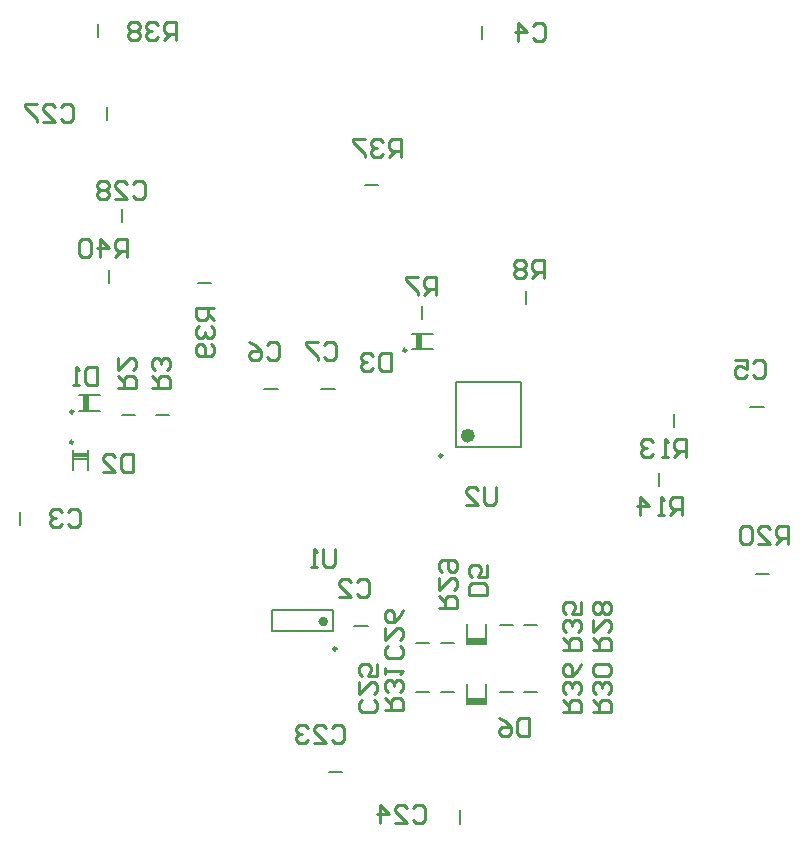
<source format=gbo>
%FSLAX24Y24*%
%MOIN*%
G70*
G01*
G75*
G04 Layer_Color=32896*
%ADD10R,0.0453X0.0571*%
%ADD11R,0.0551X0.0413*%
%ADD12R,0.0413X0.0551*%
%ADD13R,0.0551X0.0374*%
%ADD14O,0.0236X0.0571*%
%ADD15R,0.0374X0.0551*%
%ADD16R,0.0551X0.0354*%
%ADD17R,0.0394X0.0236*%
G04:AMPARAMS|DCode=18|XSize=55mil|YSize=60mil|CornerRadius=13.8mil|HoleSize=0mil|Usage=FLASHONLY|Rotation=90.000|XOffset=0mil|YOffset=0mil|HoleType=Round|Shape=RoundedRectangle|*
%AMROUNDEDRECTD18*
21,1,0.0550,0.0325,0,0,90.0*
21,1,0.0275,0.0600,0,0,90.0*
1,1,0.0275,0.0163,0.0138*
1,1,0.0275,0.0163,-0.0138*
1,1,0.0275,-0.0163,-0.0138*
1,1,0.0275,-0.0163,0.0138*
%
%ADD18ROUNDEDRECTD18*%
G04:AMPARAMS|DCode=19|XSize=39.4mil|YSize=98.4mil|CornerRadius=9.8mil|HoleSize=0mil|Usage=FLASHONLY|Rotation=270.000|XOffset=0mil|YOffset=0mil|HoleType=Round|Shape=RoundedRectangle|*
%AMROUNDEDRECTD19*
21,1,0.0394,0.0787,0,0,270.0*
21,1,0.0197,0.0984,0,0,270.0*
1,1,0.0197,-0.0394,-0.0098*
1,1,0.0197,-0.0394,0.0098*
1,1,0.0197,0.0394,0.0098*
1,1,0.0197,0.0394,-0.0098*
%
%ADD19ROUNDEDRECTD19*%
G04:AMPARAMS|DCode=20|XSize=39.4mil|YSize=98.4mil|CornerRadius=9.8mil|HoleSize=0mil|Usage=FLASHONLY|Rotation=180.000|XOffset=0mil|YOffset=0mil|HoleType=Round|Shape=RoundedRectangle|*
%AMROUNDEDRECTD20*
21,1,0.0394,0.0787,0,0,180.0*
21,1,0.0197,0.0984,0,0,180.0*
1,1,0.0197,-0.0098,0.0394*
1,1,0.0197,0.0098,0.0394*
1,1,0.0197,0.0098,-0.0394*
1,1,0.0197,-0.0098,-0.0394*
%
%ADD20ROUNDEDRECTD20*%
%ADD21R,0.0551X0.0413*%
%ADD22O,0.0236X0.0866*%
%ADD23R,0.0236X0.0394*%
%ADD24C,0.0197*%
%ADD25C,0.0118*%
%ADD26C,0.0315*%
%ADD27C,0.0394*%
%ADD28C,0.0100*%
%ADD29C,0.0295*%
%ADD30C,0.0630*%
%ADD31C,0.0748*%
%ADD32C,0.0551*%
%ADD33C,0.0591*%
G04:AMPARAMS|DCode=34|XSize=59.1mil|YSize=59.1mil|CornerRadius=0mil|HoleSize=0mil|Usage=FLASHONLY|Rotation=90.000|XOffset=0mil|YOffset=0mil|HoleType=Round|Shape=Octagon|*
%AMOCTAGOND34*
4,1,8,0.0148,0.0295,-0.0148,0.0295,-0.0295,0.0148,-0.0295,-0.0148,-0.0148,-0.0295,0.0148,-0.0295,0.0295,-0.0148,0.0295,0.0148,0.0148,0.0295,0.0*
%
%ADD34OCTAGOND34*%

%ADD35C,0.1181*%
%ADD36R,0.0787X0.0787*%
%ADD37C,0.0787*%
%ADD38C,0.2362*%
%ADD39R,0.0591X0.0591*%
%ADD40R,0.0591X0.0591*%
%ADD41R,0.0630X0.0630*%
%ADD42R,0.0591X0.0591*%
%ADD43C,0.0591*%
%ADD44R,0.0630X0.0630*%
%ADD45C,0.0500*%
%ADD46O,0.0709X0.0118*%
%ADD47O,0.0118X0.0709*%
%ADD48R,0.0354X0.0197*%
%ADD49R,0.0197X0.0354*%
%ADD50R,0.0689X0.0394*%
%ADD51R,0.0571X0.0453*%
%ADD52C,0.0236*%
%ADD53C,0.0098*%
%ADD54C,0.0079*%
%ADD55C,0.0039*%
%ADD56C,0.0200*%
%ADD57C,0.0050*%
%ADD58C,0.0059*%
%ADD59R,0.9850X0.0500*%
%ADD60R,0.6100X0.0484*%
%ADD61R,0.0600X0.0200*%
%ADD62R,0.0533X0.0651*%
%ADD63R,0.0631X0.0493*%
%ADD64R,0.0493X0.0631*%
%ADD65R,0.0631X0.0454*%
%ADD66O,0.0316X0.0651*%
%ADD67R,0.0454X0.0631*%
%ADD68R,0.0631X0.0434*%
%ADD69R,0.0474X0.0316*%
G04:AMPARAMS|DCode=70|XSize=63mil|YSize=68mil|CornerRadius=17.8mil|HoleSize=0mil|Usage=FLASHONLY|Rotation=90.000|XOffset=0mil|YOffset=0mil|HoleType=Round|Shape=RoundedRectangle|*
%AMROUNDEDRECTD70*
21,1,0.0630,0.0325,0,0,90.0*
21,1,0.0275,0.0680,0,0,90.0*
1,1,0.0355,0.0163,0.0138*
1,1,0.0355,0.0163,-0.0138*
1,1,0.0355,-0.0163,-0.0138*
1,1,0.0355,-0.0163,0.0138*
%
%ADD70ROUNDEDRECTD70*%
G04:AMPARAMS|DCode=71|XSize=47.4mil|YSize=106.4mil|CornerRadius=13.8mil|HoleSize=0mil|Usage=FLASHONLY|Rotation=270.000|XOffset=0mil|YOffset=0mil|HoleType=Round|Shape=RoundedRectangle|*
%AMROUNDEDRECTD71*
21,1,0.0474,0.0787,0,0,270.0*
21,1,0.0197,0.1064,0,0,270.0*
1,1,0.0277,-0.0394,-0.0098*
1,1,0.0277,-0.0394,0.0098*
1,1,0.0277,0.0394,0.0098*
1,1,0.0277,0.0394,-0.0098*
%
%ADD71ROUNDEDRECTD71*%
G04:AMPARAMS|DCode=72|XSize=47.4mil|YSize=106.4mil|CornerRadius=13.8mil|HoleSize=0mil|Usage=FLASHONLY|Rotation=180.000|XOffset=0mil|YOffset=0mil|HoleType=Round|Shape=RoundedRectangle|*
%AMROUNDEDRECTD72*
21,1,0.0474,0.0787,0,0,180.0*
21,1,0.0197,0.1064,0,0,180.0*
1,1,0.0277,-0.0098,0.0394*
1,1,0.0277,0.0098,0.0394*
1,1,0.0277,0.0098,-0.0394*
1,1,0.0277,-0.0098,-0.0394*
%
%ADD72ROUNDEDRECTD72*%
%ADD73R,0.0631X0.0493*%
%ADD74O,0.0316X0.0946*%
%ADD75R,0.0316X0.0474*%
%ADD76C,0.0710*%
%ADD77C,0.0828*%
%ADD78C,0.0631*%
%ADD79C,0.0671*%
G04:AMPARAMS|DCode=80|XSize=67.1mil|YSize=67.1mil|CornerRadius=0mil|HoleSize=0mil|Usage=FLASHONLY|Rotation=90.000|XOffset=0mil|YOffset=0mil|HoleType=Round|Shape=Octagon|*
%AMOCTAGOND80*
4,1,8,0.0168,0.0335,-0.0168,0.0335,-0.0335,0.0168,-0.0335,-0.0168,-0.0168,-0.0335,0.0168,-0.0335,0.0335,-0.0168,0.0335,0.0168,0.0168,0.0335,0.0*
%
%ADD80OCTAGOND80*%

%ADD81C,0.1261*%
%ADD82R,0.0867X0.0867*%
%ADD83C,0.0867*%
%ADD84C,0.2442*%
%ADD85R,0.0671X0.0671*%
%ADD86R,0.0671X0.0671*%
%ADD87R,0.0710X0.0710*%
%ADD88R,0.0671X0.0671*%
%ADD89C,0.0671*%
%ADD90R,0.0710X0.0710*%
%ADD91O,0.0789X0.0198*%
%ADD92O,0.0198X0.0789*%
%ADD93R,0.0434X0.0277*%
%ADD94R,0.0277X0.0434*%
%ADD95R,0.0769X0.0474*%
%ADD96R,0.0651X0.0533*%
%ADD97C,0.0157*%
%ADD98R,0.0630X0.0217*%
D28*
X27880Y20230D02*
X27980Y20330D01*
X28180D01*
X28280Y20230D01*
Y19830D01*
X28180Y19730D01*
X27980D01*
X27880Y19830D01*
X27280Y19730D02*
X27680D01*
X27280Y20130D01*
Y20230D01*
X27380Y20330D01*
X27580D01*
X27680Y20230D01*
X18250Y22550D02*
X18350Y22650D01*
X18550D01*
X18650Y22550D01*
Y22150D01*
X18550Y22050D01*
X18350D01*
X18250Y22150D01*
X18050Y22550D02*
X17950Y22650D01*
X17750D01*
X17650Y22550D01*
Y22450D01*
X17750Y22350D01*
X17850D01*
X17750D01*
X17650Y22250D01*
Y22150D01*
X17750Y22050D01*
X17950D01*
X18050Y22150D01*
X33750Y38750D02*
X33850Y38850D01*
X34050D01*
X34150Y38750D01*
Y38350D01*
X34050Y38250D01*
X33850D01*
X33750Y38350D01*
X33250Y38250D02*
Y38850D01*
X33550Y38550D01*
X33150D01*
X41080Y27530D02*
X41180Y27630D01*
X41380D01*
X41480Y27530D01*
Y27130D01*
X41380Y27030D01*
X41180D01*
X41080Y27130D01*
X40480Y27630D02*
X40880D01*
Y27330D01*
X40680Y27430D01*
X40580D01*
X40480Y27330D01*
Y27130D01*
X40580Y27030D01*
X40780D01*
X40880Y27130D01*
X24880Y28130D02*
X24980Y28230D01*
X25180D01*
X25280Y28130D01*
Y27730D01*
X25180Y27630D01*
X24980D01*
X24880Y27730D01*
X24280Y28230D02*
X24480Y28130D01*
X24680Y27930D01*
Y27730D01*
X24580Y27630D01*
X24380D01*
X24280Y27730D01*
Y27830D01*
X24380Y27930D01*
X24680D01*
X26780Y28130D02*
X26880Y28230D01*
X27080D01*
X27180Y28130D01*
Y27730D01*
X27080Y27630D01*
X26880D01*
X26780Y27730D01*
X26580Y28230D02*
X26180D01*
Y28130D01*
X26580Y27730D01*
Y27630D01*
X27030Y15380D02*
X27130Y15480D01*
X27330D01*
X27430Y15380D01*
Y14980D01*
X27330Y14880D01*
X27130D01*
X27030Y14980D01*
X26430Y14880D02*
X26830D01*
X26430Y15280D01*
Y15380D01*
X26530Y15480D01*
X26730D01*
X26830Y15380D01*
X26230D02*
X26130Y15480D01*
X25930D01*
X25831Y15380D01*
Y15280D01*
X25930Y15180D01*
X26030D01*
X25930D01*
X25831Y15080D01*
Y14980D01*
X25930Y14880D01*
X26130D01*
X26230Y14980D01*
X29750Y12700D02*
X29850Y12800D01*
X30050D01*
X30150Y12700D01*
Y12300D01*
X30050Y12200D01*
X29850D01*
X29750Y12300D01*
X29150Y12200D02*
X29550D01*
X29150Y12600D01*
Y12700D01*
X29250Y12800D01*
X29450D01*
X29550Y12700D01*
X28650Y12200D02*
Y12800D01*
X28950Y12500D01*
X28551D01*
X28450Y16300D02*
X28550Y16200D01*
Y16000D01*
X28450Y15900D01*
X28050D01*
X27950Y16000D01*
Y16200D01*
X28050Y16300D01*
X27950Y16900D02*
Y16500D01*
X28350Y16900D01*
X28450D01*
X28550Y16800D01*
Y16600D01*
X28450Y16500D01*
X28550Y17499D02*
Y17100D01*
X28250D01*
X28350Y17300D01*
Y17400D01*
X28250Y17499D01*
X28050D01*
X27950Y17400D01*
Y17200D01*
X28050Y17100D01*
X29300Y18100D02*
X29400Y18000D01*
Y17800D01*
X29300Y17700D01*
X28900D01*
X28800Y17800D01*
Y18000D01*
X28900Y18100D01*
X28800Y18700D02*
Y18300D01*
X29200Y18700D01*
X29300D01*
X29400Y18600D01*
Y18400D01*
X29300Y18300D01*
X29400Y19299D02*
X29300Y19100D01*
X29100Y18900D01*
X28900D01*
X28800Y19000D01*
Y19200D01*
X28900Y19299D01*
X29000D01*
X29100Y19200D01*
Y18900D01*
X18000Y36050D02*
X18100Y36150D01*
X18300D01*
X18400Y36050D01*
Y35650D01*
X18300Y35550D01*
X18100D01*
X18000Y35650D01*
X17400Y35550D02*
X17800D01*
X17400Y35950D01*
Y36050D01*
X17500Y36150D01*
X17700D01*
X17800Y36050D01*
X17200Y36150D02*
X16801D01*
Y36050D01*
X17200Y35650D01*
Y35550D01*
X20400Y33500D02*
X20500Y33600D01*
X20700D01*
X20800Y33500D01*
Y33100D01*
X20700Y33000D01*
X20500D01*
X20400Y33100D01*
X19800Y33000D02*
X20200D01*
X19800Y33400D01*
Y33500D01*
X19900Y33600D01*
X20100D01*
X20200Y33500D01*
X19600D02*
X19500Y33600D01*
X19300D01*
X19201Y33500D01*
Y33400D01*
X19300Y33300D01*
X19201Y33200D01*
Y33100D01*
X19300Y33000D01*
X19500D01*
X19600Y33100D01*
Y33200D01*
X19500Y33300D01*
X19600Y33400D01*
Y33500D01*
X19500Y33300D02*
X19300D01*
X19200Y27400D02*
Y26800D01*
X18900D01*
X18800Y26900D01*
Y27300D01*
X18900Y27400D01*
X19200D01*
X18600Y26800D02*
X18400D01*
X18500D01*
Y27400D01*
X18600Y27300D01*
X20400Y24500D02*
Y23900D01*
X20100D01*
X20000Y24000D01*
Y24400D01*
X20100Y24500D01*
X20400D01*
X19400Y23900D02*
X19800D01*
X19400Y24300D01*
Y24400D01*
X19500Y24500D01*
X19700D01*
X19800Y24400D01*
X29000Y27850D02*
Y27250D01*
X28700D01*
X28600Y27350D01*
Y27750D01*
X28700Y27850D01*
X29000D01*
X28400Y27750D02*
X28300Y27850D01*
X28100D01*
X28000Y27750D01*
Y27650D01*
X28100Y27550D01*
X28200D01*
X28100D01*
X28000Y27450D01*
Y27350D01*
X28100Y27250D01*
X28300D01*
X28400Y27350D01*
X32200Y19800D02*
X31600D01*
Y20100D01*
X31700Y20200D01*
X32100D01*
X32200Y20100D01*
Y19800D01*
Y20800D02*
Y20400D01*
X31900D01*
X32000Y20600D01*
Y20700D01*
X31900Y20800D01*
X31700D01*
X31600Y20700D01*
Y20500D01*
X31700Y20400D01*
X33600Y15700D02*
Y15100D01*
X33300D01*
X33200Y15200D01*
Y15600D01*
X33300Y15700D01*
X33600D01*
X32600D02*
X32800Y15600D01*
X33000Y15400D01*
Y15200D01*
X32900Y15100D01*
X32700D01*
X32600Y15200D01*
Y15300D01*
X32700Y15400D01*
X33000D01*
X19900Y26700D02*
X20500D01*
Y27000D01*
X20400Y27100D01*
X20200D01*
X20100Y27000D01*
Y26700D01*
Y26900D02*
X19900Y27100D01*
Y27700D02*
Y27300D01*
X20300Y27700D01*
X20400D01*
X20500Y27600D01*
Y27400D01*
X20400Y27300D01*
X21050Y26700D02*
X21650D01*
Y27000D01*
X21550Y27100D01*
X21350D01*
X21250Y27000D01*
Y26700D01*
Y26900D02*
X21050Y27100D01*
X21550Y27300D02*
X21650Y27400D01*
Y27600D01*
X21550Y27700D01*
X21450D01*
X21350Y27600D01*
Y27500D01*
Y27600D01*
X21250Y27700D01*
X21150D01*
X21050Y27600D01*
Y27400D01*
X21150Y27300D01*
X30500Y29800D02*
Y30400D01*
X30200D01*
X30100Y30300D01*
Y30100D01*
X30200Y30000D01*
X30500D01*
X30300D02*
X30100Y29800D01*
X29900Y30400D02*
X29500D01*
Y30300D01*
X29900Y29900D01*
Y29800D01*
X34100Y30380D02*
Y30980D01*
X33800D01*
X33700Y30880D01*
Y30680D01*
X33800Y30580D01*
X34100D01*
X33900D02*
X33700Y30380D01*
X33500Y30880D02*
X33400Y30980D01*
X33200D01*
X33100Y30880D01*
Y30780D01*
X33200Y30680D01*
X33100Y30580D01*
Y30480D01*
X33200Y30380D01*
X33400D01*
X33500Y30480D01*
Y30580D01*
X33400Y30680D01*
X33500Y30780D01*
Y30880D01*
X33400Y30680D02*
X33200D01*
X38850Y24400D02*
Y25000D01*
X38550D01*
X38450Y24900D01*
Y24700D01*
X38550Y24600D01*
X38850D01*
X38650D02*
X38450Y24400D01*
X38250D02*
X38050D01*
X38150D01*
Y25000D01*
X38250Y24900D01*
X37750D02*
X37650Y25000D01*
X37450D01*
X37350Y24900D01*
Y24800D01*
X37450Y24700D01*
X37550D01*
X37450D01*
X37350Y24600D01*
Y24500D01*
X37450Y24400D01*
X37650D01*
X37750Y24500D01*
X38700Y22450D02*
Y23050D01*
X38400D01*
X38300Y22950D01*
Y22750D01*
X38400Y22650D01*
X38700D01*
X38500D02*
X38300Y22450D01*
X38100D02*
X37900D01*
X38000D01*
Y23050D01*
X38100Y22950D01*
X37300Y22450D02*
Y23050D01*
X37600Y22750D01*
X37200D01*
X42250Y21500D02*
Y22100D01*
X41950D01*
X41850Y22000D01*
Y21800D01*
X41950Y21700D01*
X42250D01*
X42050D02*
X41850Y21500D01*
X41250D02*
X41650D01*
X41250Y21900D01*
Y22000D01*
X41350Y22100D01*
X41550D01*
X41650Y22000D01*
X41050D02*
X40950Y22100D01*
X40750D01*
X40651Y22000D01*
Y21600D01*
X40750Y21500D01*
X40950D01*
X41050Y21600D01*
Y22000D01*
X35750Y17950D02*
X36350D01*
Y18250D01*
X36250Y18350D01*
X36050D01*
X35950Y18250D01*
Y17950D01*
Y18150D02*
X35750Y18350D01*
Y18950D02*
Y18550D01*
X36150Y18950D01*
X36250D01*
X36350Y18850D01*
Y18650D01*
X36250Y18550D01*
Y19150D02*
X36350Y19250D01*
Y19450D01*
X36250Y19549D01*
X36150D01*
X36050Y19450D01*
X35950Y19549D01*
X35850D01*
X35750Y19450D01*
Y19250D01*
X35850Y19150D01*
X35950D01*
X36050Y19250D01*
X36150Y19150D01*
X36250D01*
X36050Y19250D02*
Y19450D01*
X30600Y19350D02*
X31200D01*
Y19650D01*
X31100Y19750D01*
X30900D01*
X30800Y19650D01*
Y19350D01*
Y19550D02*
X30600Y19750D01*
Y20350D02*
Y19950D01*
X31000Y20350D01*
X31100D01*
X31200Y20250D01*
Y20050D01*
X31100Y19950D01*
X30700Y20550D02*
X30600Y20650D01*
Y20850D01*
X30700Y20949D01*
X31100D01*
X31200Y20850D01*
Y20650D01*
X31100Y20550D01*
X31000D01*
X30900Y20650D01*
Y20949D01*
X35750Y15900D02*
X36350D01*
Y16200D01*
X36250Y16300D01*
X36050D01*
X35950Y16200D01*
Y15900D01*
Y16100D02*
X35750Y16300D01*
X36250Y16500D02*
X36350Y16600D01*
Y16800D01*
X36250Y16900D01*
X36150D01*
X36050Y16800D01*
Y16700D01*
Y16800D01*
X35950Y16900D01*
X35850D01*
X35750Y16800D01*
Y16600D01*
X35850Y16500D01*
X36250Y17100D02*
X36350Y17200D01*
Y17400D01*
X36250Y17499D01*
X35850D01*
X35750Y17400D01*
Y17200D01*
X35850Y17100D01*
X36250D01*
X28800Y15950D02*
X29400D01*
Y16250D01*
X29300Y16350D01*
X29100D01*
X29000Y16250D01*
Y15950D01*
Y16150D02*
X28800Y16350D01*
X29300Y16550D02*
X29400Y16650D01*
Y16850D01*
X29300Y16950D01*
X29200D01*
X29100Y16850D01*
Y16750D01*
Y16850D01*
X29000Y16950D01*
X28900D01*
X28800Y16850D01*
Y16650D01*
X28900Y16550D01*
X28800Y17150D02*
Y17350D01*
Y17250D01*
X29400D01*
X29300Y17150D01*
X34750Y17950D02*
X35350D01*
Y18250D01*
X35250Y18350D01*
X35050D01*
X34950Y18250D01*
Y17950D01*
Y18150D02*
X34750Y18350D01*
X35250Y18550D02*
X35350Y18650D01*
Y18850D01*
X35250Y18950D01*
X35150D01*
X35050Y18850D01*
Y18750D01*
Y18850D01*
X34950Y18950D01*
X34850D01*
X34750Y18850D01*
Y18650D01*
X34850Y18550D01*
X35350Y19549D02*
Y19150D01*
X35050D01*
X35150Y19350D01*
Y19450D01*
X35050Y19549D01*
X34850D01*
X34750Y19450D01*
Y19250D01*
X34850Y19150D01*
X34750Y15900D02*
X35350D01*
Y16200D01*
X35250Y16300D01*
X35050D01*
X34950Y16200D01*
Y15900D01*
Y16100D02*
X34750Y16300D01*
X35250Y16500D02*
X35350Y16600D01*
Y16800D01*
X35250Y16900D01*
X35150D01*
X35050Y16800D01*
Y16700D01*
Y16800D01*
X34950Y16900D01*
X34850D01*
X34750Y16800D01*
Y16600D01*
X34850Y16500D01*
X35350Y17499D02*
X35250Y17300D01*
X35050Y17100D01*
X34850D01*
X34750Y17200D01*
Y17400D01*
X34850Y17499D01*
X34950D01*
X35050Y17400D01*
Y17100D01*
X29350Y34400D02*
Y35000D01*
X29050D01*
X28950Y34900D01*
Y34700D01*
X29050Y34600D01*
X29350D01*
X29150D02*
X28950Y34400D01*
X28750Y34900D02*
X28650Y35000D01*
X28450D01*
X28350Y34900D01*
Y34800D01*
X28450Y34700D01*
X28550D01*
X28450D01*
X28350Y34600D01*
Y34500D01*
X28450Y34400D01*
X28650D01*
X28750Y34500D01*
X28150Y35000D02*
X27751D01*
Y34900D01*
X28150Y34500D01*
Y34400D01*
X21850Y38300D02*
Y38900D01*
X21550D01*
X21450Y38800D01*
Y38600D01*
X21550Y38500D01*
X21850D01*
X21650D02*
X21450Y38300D01*
X21250Y38800D02*
X21150Y38900D01*
X20950D01*
X20850Y38800D01*
Y38700D01*
X20950Y38600D01*
X21050D01*
X20950D01*
X20850Y38500D01*
Y38400D01*
X20950Y38300D01*
X21150D01*
X21250Y38400D01*
X20650Y38800D02*
X20550Y38900D01*
X20350D01*
X20251Y38800D01*
Y38700D01*
X20350Y38600D01*
X20251Y38500D01*
Y38400D01*
X20350Y38300D01*
X20550D01*
X20650Y38400D01*
Y38500D01*
X20550Y38600D01*
X20650Y38700D01*
Y38800D01*
X20550Y38600D02*
X20350D01*
X23100Y29350D02*
X22500D01*
Y29050D01*
X22600Y28950D01*
X22800D01*
X22900Y29050D01*
Y29350D01*
Y29150D02*
X23100Y28950D01*
X22600Y28750D02*
X22500Y28650D01*
Y28450D01*
X22600Y28350D01*
X22700D01*
X22800Y28450D01*
Y28550D01*
Y28450D01*
X22900Y28350D01*
X23000D01*
X23100Y28450D01*
Y28650D01*
X23000Y28750D01*
Y28150D02*
X23100Y28050D01*
Y27850D01*
X23000Y27751D01*
X22600D01*
X22500Y27850D01*
Y28050D01*
X22600Y28150D01*
X22700D01*
X22800Y28050D01*
Y27751D01*
X20200Y31080D02*
Y31680D01*
X19900D01*
X19800Y31580D01*
Y31380D01*
X19900Y31280D01*
X20200D01*
X20000D02*
X19800Y31080D01*
X19300D02*
Y31680D01*
X19600Y31380D01*
X19200D01*
X19000Y31580D02*
X18900Y31680D01*
X18700D01*
X18601Y31580D01*
Y31180D01*
X18700Y31080D01*
X18900D01*
X19000Y31180D01*
Y31580D01*
X27130Y21340D02*
Y20840D01*
X27030Y20740D01*
X26830D01*
X26730Y20840D01*
Y21340D01*
X26530Y20740D02*
X26330D01*
X26430D01*
Y21340D01*
X26530Y21240D01*
X32500Y23400D02*
Y22900D01*
X32400Y22800D01*
X32200D01*
X32100Y22900D01*
Y23400D01*
X31500Y22800D02*
X31900D01*
X31500Y23200D01*
Y23300D01*
X31600Y23400D01*
X31800D01*
X31900Y23300D01*
D52*
X31679Y25111D02*
G03*
X31679Y25111I-118J0D01*
G01*
D53*
X30705Y24442D02*
G03*
X30705Y24442I-49J0D01*
G01*
X29509Y27955D02*
G03*
X29509Y27955I-49J0D01*
G01*
X27184Y18005D02*
G03*
X27184Y18005I-49J0D01*
G01*
X18404Y24891D02*
G03*
X18404Y24891I-49J0D01*
G01*
X18409Y25905D02*
G03*
X18409Y25905I-49J0D01*
G01*
D54*
X16650Y22124D02*
Y22576D01*
X20033Y25800D02*
X20467D01*
X21183D02*
X21617D01*
X19550Y35624D02*
Y36076D01*
X31167Y24717D02*
Y26883D01*
X33333Y24717D02*
Y26883D01*
X31167Y24717D02*
X33333D01*
X31167Y26883D02*
X33333D01*
X30050Y28983D02*
Y29417D01*
X30011Y27994D02*
Y28506D01*
X29932Y27994D02*
Y28506D01*
X29853Y27994D02*
Y28506D01*
X29715D02*
X30385D01*
X29715Y27994D02*
X30385D01*
X31300Y12174D02*
Y12626D01*
X26924Y13900D02*
X27376D01*
X27774Y18750D02*
X28226D01*
X24774Y26650D02*
X25226D01*
X26674D02*
X27126D01*
X20050Y32224D02*
Y32676D01*
X19250Y38383D02*
Y38817D01*
X19600Y30183D02*
Y30617D01*
X25046Y18596D02*
X27054D01*
X25046Y19304D02*
X27054D01*
Y18596D02*
Y19304D01*
X25046Y18596D02*
Y19304D01*
X18394Y24339D02*
X18906D01*
X18394Y24418D02*
X18906D01*
X18394Y24497D02*
X18906D01*
Y23965D02*
Y24635D01*
X18394Y23965D02*
Y24635D01*
X18911Y25944D02*
Y26456D01*
X18832Y25944D02*
Y26456D01*
X18753Y25944D02*
Y26456D01*
X18615D02*
X19285D01*
X18615Y25944D02*
X19285D01*
X22583Y30200D02*
X23017D01*
X32050Y38324D02*
Y38776D01*
X33433Y18800D02*
X33867D01*
X32633D02*
X33067D01*
X31535Y18165D02*
X32165D01*
X31535D02*
Y18835D01*
X32165Y18165D02*
Y18835D01*
X30683Y18200D02*
X31117D01*
X29824D02*
X30276D01*
X33433Y16550D02*
X33867D01*
X32633D02*
X33067D01*
X31535Y16165D02*
X32165D01*
X31535D02*
Y16835D01*
X32165Y16165D02*
Y16835D01*
X30683Y16550D02*
X31117D01*
X29824D02*
X30276D01*
X38450Y25383D02*
Y25817D01*
X37950Y23433D02*
Y23867D01*
X40974Y26050D02*
X41426D01*
X41183Y20500D02*
X41617D01*
X28133Y33450D02*
X28567D01*
X33500Y29483D02*
Y29917D01*
D97*
X26818Y18911D02*
G03*
X26818Y18911I-79J0D01*
G01*
D98*
X31850Y18274D02*
D03*
Y16274D02*
D03*
M02*

</source>
